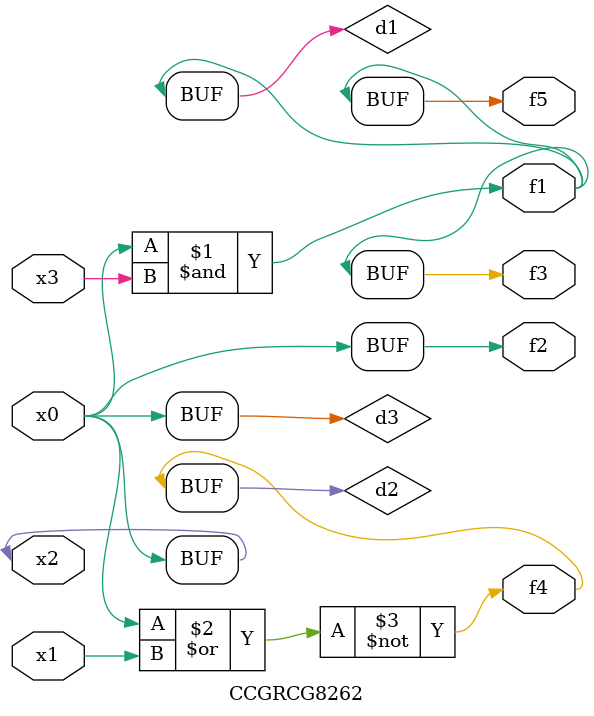
<source format=v>
module CCGRCG8262(
	input x0, x1, x2, x3,
	output f1, f2, f3, f4, f5
);

	wire d1, d2, d3;

	and (d1, x2, x3);
	nor (d2, x0, x1);
	buf (d3, x0, x2);
	assign f1 = d1;
	assign f2 = d3;
	assign f3 = d1;
	assign f4 = d2;
	assign f5 = d1;
endmodule

</source>
